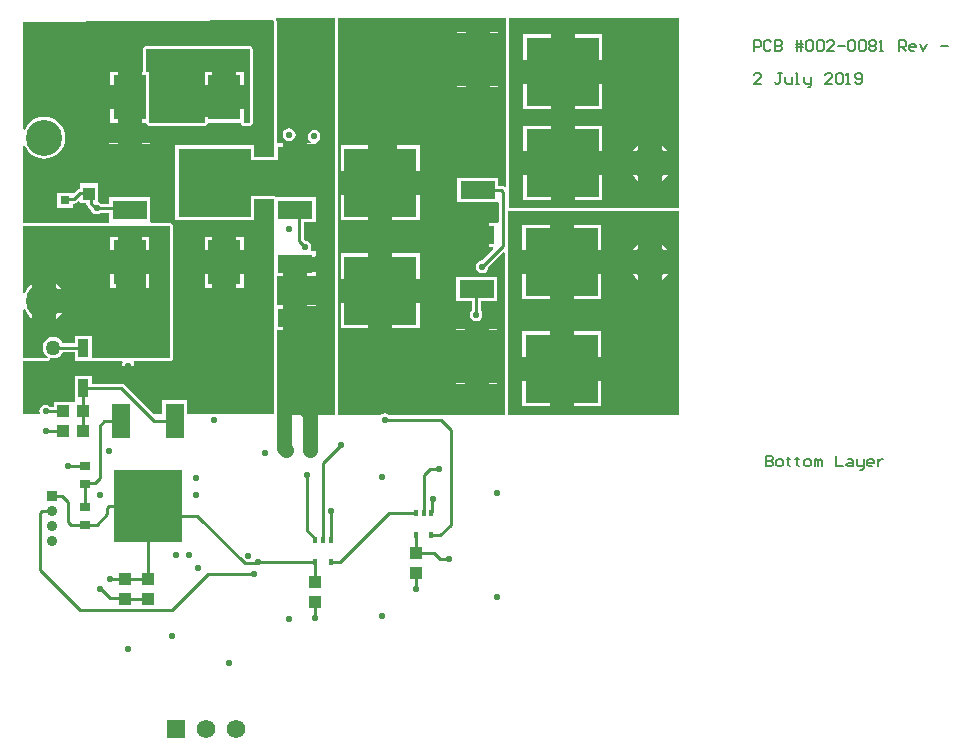
<source format=gbl>
G04*
G04 #@! TF.GenerationSoftware,Altium Limited,Altium Designer,19.0.10 (269)*
G04*
G04 Layer_Physical_Order=4*
G04 Layer_Color=16711680*
%FSLAX23Y23*%
%MOIN*%
G70*
G01*
G75*
%ADD16C,0.008*%
%ADD18R,0.031X0.031*%
%ADD22R,0.043X0.039*%
%ADD24R,0.118X0.063*%
%ADD25R,0.244X0.228*%
%ADD63C,0.010*%
%ADD64C,0.100*%
%ADD66C,0.025*%
%ADD67C,0.050*%
%ADD68C,0.120*%
%ADD69C,0.062*%
%ADD70R,0.062X0.062*%
%ADD71R,0.035X0.035*%
%ADD72C,0.035*%
%ADD73C,0.022*%
%ADD74C,0.050*%
%ADD75R,0.110X0.150*%
%ADD76R,0.035X0.028*%
%ADD77R,0.017X0.024*%
%ADD78R,0.039X0.043*%
%ADD79R,0.033X0.063*%
%ADD80R,0.228X0.244*%
%ADD81R,0.063X0.118*%
%ADD82C,0.120*%
G36*
X825Y2518D02*
Y2065D01*
X760D01*
Y2104D01*
X496D01*
Y1856D01*
X760D01*
Y1925D01*
X825D01*
Y1220D01*
X825Y1218D01*
Y1208D01*
X631D01*
X625Y1209D01*
X619Y1208D01*
X536D01*
Y1254D01*
X454D01*
Y1208D01*
X426D01*
X328Y1306D01*
X323Y1309D01*
X317Y1310D01*
X218D01*
Y1336D01*
X164D01*
Y1254D01*
X163Y1252D01*
X159Y1250D01*
X156D01*
Y1250D01*
X92D01*
Y1233D01*
X80D01*
X74Y1238D01*
X65Y1239D01*
X57Y1238D01*
X50Y1233D01*
X46Y1226D01*
X44Y1218D01*
X45Y1213D01*
X42Y1208D01*
X-10D01*
Y1385D01*
X70D01*
X72Y1385D01*
X74Y1385D01*
X74Y1386D01*
X74Y1386D01*
X76Y1387D01*
X77Y1387D01*
X77Y1388D01*
X77Y1388D01*
X78Y1389D01*
X79Y1391D01*
X80Y1393D01*
X81Y1394D01*
X81Y1396D01*
X90Y1395D01*
X99Y1396D01*
X108Y1399D01*
X115Y1405D01*
X121Y1412D01*
X122Y1415D01*
X164D01*
Y1387D01*
X211D01*
X214Y1386D01*
X218Y1385D01*
X319D01*
X322Y1380D01*
X320Y1378D01*
X319Y1370D01*
X361D01*
X360Y1378D01*
X358Y1380D01*
X361Y1385D01*
X480D01*
X484Y1386D01*
X487Y1388D01*
X489Y1391D01*
X490Y1395D01*
Y1835D01*
X489Y1839D01*
X487Y1842D01*
X484Y1844D01*
X480Y1845D01*
X418D01*
X414Y1849D01*
X414Y1850D01*
Y1931D01*
X276D01*
Y1910D01*
X250D01*
X243Y1915D01*
X240Y1915D01*
Y1973D01*
X240Y1975D01*
Y1978D01*
X210D01*
X180D01*
Y1975D01*
X180Y1973D01*
Y1960D01*
X180D01*
X174Y1959D01*
X169Y1956D01*
X159Y1946D01*
X156Y1947D01*
Y1947D01*
X104D01*
Y1896D01*
X156D01*
Y1910D01*
X160D01*
X166Y1911D01*
X171Y1914D01*
X176Y1919D01*
X180Y1917D01*
Y1911D01*
X201D01*
Y1910D01*
X203Y1904D01*
X206Y1899D01*
X214Y1891D01*
X215Y1887D01*
X220Y1880D01*
X227Y1875D01*
X235Y1874D01*
X243Y1875D01*
X250Y1880D01*
X276D01*
Y1850D01*
X276Y1849D01*
X272Y1845D01*
X-10D01*
Y2102D01*
X-5Y2103D01*
X-5Y2103D01*
X2Y2091D01*
X10Y2080D01*
X21Y2072D01*
X33Y2065D01*
X46Y2061D01*
X60Y2060D01*
X74Y2061D01*
X87Y2065D01*
X99Y2072D01*
X110Y2080D01*
X118Y2091D01*
X125Y2103D01*
X129Y2116D01*
X130Y2130D01*
X129Y2144D01*
X125Y2157D01*
X118Y2169D01*
X110Y2180D01*
X99Y2188D01*
X87Y2195D01*
X74Y2199D01*
X60Y2200D01*
X46Y2199D01*
X33Y2195D01*
X21Y2188D01*
X10Y2180D01*
X2Y2169D01*
X-5Y2157D01*
X-5Y2157D01*
X-10Y2158D01*
Y2515D01*
X821Y2521D01*
X825Y2518D01*
D02*
G37*
G36*
X1030Y1205D02*
X837D01*
X835Y1208D01*
Y1217D01*
X835Y1219D01*
X835Y1220D01*
X835Y1220D01*
Y1489D01*
X857D01*
Y1530D01*
Y1571D01*
X835D01*
Y1669D01*
X857D01*
Y1710D01*
X937D01*
Y1669D01*
X966D01*
Y1751D01*
X952D01*
X949Y1756D01*
X950Y1757D01*
X951Y1765D01*
X950Y1773D01*
X945Y1780D01*
X938Y1785D01*
X930Y1786D01*
X925Y1791D01*
Y1849D01*
X966D01*
Y1931D01*
X832D01*
X832Y1932D01*
X829Y1934D01*
X825Y1935D01*
X815D01*
Y2055D01*
X825D01*
X828Y2052D01*
Y2029D01*
X857D01*
Y2070D01*
Y2111D01*
X835D01*
Y2518D01*
X835Y2518D01*
X835Y2518D01*
X835Y2520D01*
X834Y2522D01*
X834Y2522D01*
X834Y2522D01*
X833Y2523D01*
X832Y2525D01*
X832Y2526D01*
X834Y2530D01*
X1030D01*
X1030Y1205D01*
D02*
G37*
G36*
X1601Y2530D02*
X1601Y2530D01*
X1601Y1967D01*
X1596Y1965D01*
X1595Y1966D01*
X1590Y1969D01*
X1584Y1970D01*
X1574D01*
Y1996D01*
X1436D01*
Y1914D01*
X1574D01*
X1575Y1909D01*
Y1850D01*
X1571Y1846D01*
X1542D01*
Y1805D01*
Y1764D01*
X1555D01*
X1557Y1759D01*
X1520Y1721D01*
X1512Y1720D01*
X1505Y1715D01*
X1500Y1708D01*
X1499Y1700D01*
X1500Y1692D01*
X1505Y1685D01*
X1512Y1680D01*
X1520Y1679D01*
X1528Y1680D01*
X1535Y1685D01*
X1540Y1692D01*
X1541Y1700D01*
X1590Y1749D01*
X1595Y1747D01*
Y1205D01*
X1210D01*
X1210Y1205D01*
X1203Y1210D01*
X1195Y1211D01*
X1187Y1210D01*
X1180Y1205D01*
X1180Y1205D01*
X1040D01*
X1040Y2530D01*
X1601Y2530D01*
D02*
G37*
G36*
X2175Y2530D02*
X2175Y1900D01*
X2175Y1895D01*
X1611Y1895D01*
X1611Y2530D01*
X2175Y2530D01*
D02*
G37*
G36*
X480Y1395D02*
X218D01*
Y1470D01*
X164D01*
Y1445D01*
X122D01*
X121Y1448D01*
X115Y1455D01*
X108Y1461D01*
X99Y1464D01*
X90Y1465D01*
X81Y1464D01*
X72Y1461D01*
X65Y1455D01*
X59Y1448D01*
X56Y1439D01*
X55Y1430D01*
X56Y1421D01*
X59Y1412D01*
X65Y1405D01*
X72Y1400D01*
X71Y1397D01*
X70Y1395D01*
X-10D01*
Y1557D01*
X-5Y1558D01*
X-5Y1558D01*
X2Y1546D01*
X10Y1535D01*
X20Y1527D01*
Y1585D01*
Y1643D01*
X10Y1635D01*
X2Y1624D01*
X-5Y1612D01*
X-5Y1612D01*
X-10Y1613D01*
Y1835D01*
X480D01*
Y1395D01*
D02*
G37*
G36*
X2175Y1885D02*
Y1205D01*
X1605Y1205D01*
Y1769D01*
X1605Y1770D01*
Y1885D01*
X2175Y1885D01*
D02*
G37*
%LPC*%
G36*
X305Y2350D02*
X280D01*
Y2305D01*
X305D01*
Y2350D01*
D02*
G37*
G36*
Y2225D02*
X280D01*
Y2180D01*
X305D01*
Y2225D01*
D02*
G37*
G36*
X745Y2435D02*
X400D01*
X396Y2434D01*
X393Y2432D01*
X391Y2429D01*
X390Y2425D01*
Y2350D01*
X385D01*
Y2265D01*
Y2180D01*
X400D01*
X400Y2178D01*
X401Y2177D01*
X401Y2176D01*
X401Y2176D01*
X402Y2175D01*
X403Y2173D01*
X403Y2173D01*
X403Y2173D01*
X404Y2172D01*
X406Y2171D01*
X406Y2171D01*
X406Y2171D01*
X408Y2170D01*
X410Y2170D01*
X415Y2170D01*
X415Y2170D01*
X415Y2170D01*
X590D01*
X590Y2170D01*
X590Y2170D01*
X595Y2170D01*
X597Y2170D01*
X599Y2171D01*
X599Y2171D01*
X599Y2171D01*
X601Y2172D01*
X602Y2173D01*
X602Y2173D01*
X602Y2173D01*
X603Y2175D01*
X604Y2176D01*
X604Y2176D01*
X604Y2177D01*
X605Y2178D01*
X605Y2180D01*
X715D01*
X715Y2178D01*
X716Y2177D01*
X716Y2176D01*
X716Y2176D01*
X717Y2175D01*
X718Y2173D01*
X718Y2173D01*
X718Y2173D01*
X719Y2172D01*
X721Y2171D01*
X721Y2171D01*
X721Y2171D01*
X723Y2170D01*
X725Y2170D01*
X730Y2170D01*
X730Y2170D01*
X730Y2170D01*
X745D01*
X749Y2171D01*
X752Y2173D01*
X754Y2176D01*
X755Y2180D01*
Y2425D01*
X754Y2429D01*
X752Y2432D01*
X749Y2434D01*
X745Y2435D01*
D02*
G37*
G36*
X414Y2111D02*
X385D01*
Y2110D01*
X414D01*
Y2111D01*
D02*
G37*
G36*
X305D02*
X276D01*
Y2110D01*
X305D01*
Y2111D01*
D02*
G37*
G36*
X414Y2030D02*
X385D01*
Y2029D01*
X414D01*
Y2030D01*
D02*
G37*
G36*
X305D02*
X276D01*
Y2029D01*
X305D01*
Y2030D01*
D02*
G37*
G36*
X725Y1800D02*
X700D01*
Y1755D01*
X725D01*
Y1800D01*
D02*
G37*
G36*
X620D02*
X595D01*
Y1755D01*
X620D01*
Y1800D01*
D02*
G37*
G36*
X725Y1675D02*
X700D01*
Y1630D01*
X725D01*
Y1675D01*
D02*
G37*
G36*
X620D02*
X595D01*
Y1630D01*
X620D01*
Y1675D01*
D02*
G37*
%LPD*%
G36*
X745Y2180D02*
X730D01*
X725Y2180D01*
X725Y2185D01*
Y2225D01*
X595D01*
Y2185D01*
X595Y2180D01*
X590Y2180D01*
X415D01*
X410Y2180D01*
Y2350D01*
X400D01*
Y2425D01*
X745D01*
Y2180D01*
D02*
G37*
%LPC*%
G36*
X725Y2350D02*
X700D01*
Y2305D01*
X725D01*
Y2350D01*
D02*
G37*
G36*
X620D02*
X595D01*
Y2305D01*
X620D01*
Y2350D01*
D02*
G37*
G36*
X876Y2161D02*
X868Y2160D01*
X861Y2155D01*
X856Y2148D01*
X855Y2140D01*
X856Y2132D01*
X861Y2125D01*
X868Y2120D01*
X876Y2119D01*
X884Y2120D01*
X891Y2125D01*
X896Y2132D01*
X898Y2140D01*
X896Y2148D01*
X891Y2155D01*
X884Y2160D01*
X876Y2161D01*
D02*
G37*
G36*
X960Y2156D02*
X952Y2155D01*
X945Y2150D01*
X940Y2143D01*
X939Y2135D01*
X940Y2127D01*
X945Y2120D01*
X950Y2116D01*
X948Y2111D01*
X937D01*
Y2110D01*
X966D01*
Y2111D01*
X967Y2113D01*
X969Y2116D01*
X975Y2120D01*
X980Y2127D01*
X981Y2135D01*
X980Y2143D01*
X975Y2150D01*
X968Y2155D01*
X960Y2156D01*
D02*
G37*
G36*
X966Y2030D02*
X937D01*
Y2029D01*
X966D01*
Y2030D01*
D02*
G37*
G36*
Y1571D02*
X937D01*
Y1570D01*
X966D01*
Y1571D01*
D02*
G37*
G36*
Y1490D02*
X937D01*
Y1489D01*
X966D01*
Y1490D01*
D02*
G37*
G36*
X1574Y2481D02*
X1545D01*
Y2480D01*
X1574D01*
Y2481D01*
D02*
G37*
G36*
X1465D02*
X1436D01*
Y2480D01*
X1465D01*
Y2481D01*
D02*
G37*
G36*
X1574Y2400D02*
X1545D01*
Y2399D01*
X1574D01*
Y2400D01*
D02*
G37*
G36*
X1465D02*
X1436D01*
Y2399D01*
X1465D01*
Y2400D01*
D02*
G37*
G36*
X1574Y2301D02*
X1545D01*
Y2300D01*
X1574D01*
Y2301D01*
D02*
G37*
G36*
X1465D02*
X1436D01*
Y2300D01*
X1465D01*
Y2301D01*
D02*
G37*
G36*
X1574Y2220D02*
X1545D01*
Y2219D01*
X1574D01*
Y2220D01*
D02*
G37*
G36*
X1465D02*
X1436D01*
Y2219D01*
X1465D01*
Y2220D01*
D02*
G37*
G36*
X1574Y2176D02*
X1545D01*
Y2175D01*
X1574D01*
Y2176D01*
D02*
G37*
G36*
X1465D02*
X1436D01*
Y2175D01*
X1465D01*
Y2176D01*
D02*
G37*
G36*
X1574Y2095D02*
X1545D01*
Y2094D01*
X1574D01*
Y2095D01*
D02*
G37*
G36*
X1465D02*
X1436D01*
Y2094D01*
X1465D01*
Y2095D01*
D02*
G37*
G36*
X1312Y2104D02*
X1220D01*
Y2020D01*
X1312D01*
Y2104D01*
D02*
G37*
G36*
X1140D02*
X1048D01*
Y2020D01*
X1140D01*
Y2104D01*
D02*
G37*
G36*
X1312Y1940D02*
X1220D01*
Y1856D01*
X1312D01*
Y1940D01*
D02*
G37*
G36*
X1140D02*
X1048D01*
Y1856D01*
X1140D01*
Y1940D01*
D02*
G37*
G36*
X1462Y1846D02*
X1433D01*
Y1845D01*
X1462D01*
Y1846D01*
D02*
G37*
G36*
Y1765D02*
X1433D01*
Y1764D01*
X1462D01*
Y1765D01*
D02*
G37*
G36*
X1312Y1744D02*
X1220D01*
Y1660D01*
X1312D01*
Y1744D01*
D02*
G37*
G36*
X1140D02*
X1048D01*
Y1660D01*
X1140D01*
Y1744D01*
D02*
G37*
G36*
X1571Y1666D02*
X1433D01*
Y1584D01*
X1485D01*
Y1555D01*
X1480Y1548D01*
X1479Y1540D01*
X1480Y1532D01*
X1485Y1525D01*
X1492Y1520D01*
X1500Y1519D01*
X1508Y1520D01*
X1515Y1525D01*
X1520Y1532D01*
X1521Y1540D01*
X1520Y1548D01*
X1515Y1555D01*
Y1584D01*
X1571D01*
Y1666D01*
D02*
G37*
G36*
X1312Y1580D02*
X1220D01*
Y1496D01*
X1312D01*
Y1580D01*
D02*
G37*
G36*
X1140D02*
X1048D01*
Y1496D01*
X1140D01*
Y1580D01*
D02*
G37*
G36*
X1571Y1491D02*
X1542D01*
Y1490D01*
X1571D01*
Y1491D01*
D02*
G37*
G36*
X1462D02*
X1433D01*
Y1490D01*
X1462D01*
Y1491D01*
D02*
G37*
G36*
X1571Y1410D02*
X1542D01*
Y1409D01*
X1571D01*
Y1410D01*
D02*
G37*
G36*
X1462D02*
X1433D01*
Y1409D01*
X1462D01*
Y1410D01*
D02*
G37*
G36*
X1571Y1311D02*
X1542D01*
Y1310D01*
X1571D01*
Y1311D01*
D02*
G37*
G36*
X1462D02*
X1433D01*
Y1310D01*
X1462D01*
Y1311D01*
D02*
G37*
G36*
X1571Y1230D02*
X1542D01*
Y1229D01*
X1571D01*
Y1230D01*
D02*
G37*
G36*
X1462D02*
X1433D01*
Y1229D01*
X1462D01*
Y1230D01*
D02*
G37*
G36*
X1920Y2474D02*
X1828D01*
Y2390D01*
X1920D01*
Y2474D01*
D02*
G37*
G36*
X1748D02*
X1656D01*
Y2390D01*
X1748D01*
Y2474D01*
D02*
G37*
G36*
X1920Y2310D02*
X1828D01*
Y2226D01*
X1920D01*
Y2310D01*
D02*
G37*
G36*
X1748D02*
X1656D01*
Y2226D01*
X1748D01*
Y2310D01*
D02*
G37*
G36*
X1920Y2169D02*
X1828D01*
Y2085D01*
X1920D01*
Y2169D01*
D02*
G37*
G36*
X2120Y2103D02*
Y2085D01*
X2138D01*
X2130Y2095D01*
X2120Y2103D01*
D02*
G37*
G36*
X2040D02*
X2030Y2095D01*
X2022Y2085D01*
X2040D01*
Y2103D01*
D02*
G37*
G36*
X1748Y2169D02*
X1656D01*
Y2085D01*
X1748D01*
Y2169D01*
D02*
G37*
G36*
X2138Y2005D02*
X2120D01*
Y1987D01*
X2130Y1995D01*
X2138Y2005D01*
D02*
G37*
G36*
X2040D02*
X2022D01*
X2030Y1995D01*
X2040Y1987D01*
Y2005D01*
D02*
G37*
G36*
X1920D02*
X1828D01*
Y1921D01*
X1920D01*
Y2005D01*
D02*
G37*
G36*
X1748D02*
X1656D01*
Y1921D01*
X1748D01*
Y2005D01*
D02*
G37*
G36*
X410Y1800D02*
X385D01*
Y1755D01*
X410D01*
Y1800D01*
D02*
G37*
G36*
X305D02*
X280D01*
Y1755D01*
X305D01*
Y1800D01*
D02*
G37*
G36*
X410Y1675D02*
X385D01*
Y1630D01*
X410D01*
Y1675D01*
D02*
G37*
G36*
X305D02*
X280D01*
Y1630D01*
X305D01*
Y1675D01*
D02*
G37*
G36*
X100Y1643D02*
Y1625D01*
X118D01*
X110Y1635D01*
X100Y1643D01*
D02*
G37*
G36*
X118Y1545D02*
X100D01*
Y1527D01*
X110Y1535D01*
X118Y1545D01*
D02*
G37*
G36*
X1917Y1839D02*
X1825D01*
Y1755D01*
X1917D01*
Y1839D01*
D02*
G37*
G36*
X2120Y1773D02*
Y1755D01*
X2138D01*
X2130Y1765D01*
X2120Y1773D01*
D02*
G37*
G36*
X2040D02*
X2030Y1765D01*
X2022Y1755D01*
X2040D01*
Y1773D01*
D02*
G37*
G36*
X1745Y1839D02*
X1653D01*
Y1755D01*
X1745D01*
Y1839D01*
D02*
G37*
G36*
X2138Y1675D02*
X2120D01*
Y1657D01*
X2130Y1665D01*
X2138Y1675D01*
D02*
G37*
G36*
X2040D02*
X2022D01*
X2030Y1665D01*
X2040Y1657D01*
Y1675D01*
D02*
G37*
G36*
X1917D02*
X1825D01*
Y1591D01*
X1917D01*
Y1675D01*
D02*
G37*
G36*
X1745D02*
X1653D01*
Y1591D01*
X1745D01*
Y1675D01*
D02*
G37*
G36*
X1917Y1484D02*
X1825D01*
Y1400D01*
X1917D01*
Y1484D01*
D02*
G37*
G36*
X1745D02*
X1653D01*
Y1400D01*
X1745D01*
Y1484D01*
D02*
G37*
G36*
X1917Y1320D02*
X1825D01*
Y1236D01*
X1917D01*
Y1320D01*
D02*
G37*
G36*
X1745D02*
X1653D01*
Y1236D01*
X1745D01*
Y1320D01*
D02*
G37*
%LPD*%
D16*
X2465Y1070D02*
Y1035D01*
X2482D01*
X2488Y1040D01*
Y1046D01*
X2482Y1052D01*
X2465D01*
X2482D01*
X2488Y1058D01*
Y1064D01*
X2482Y1070D01*
X2465D01*
X2506Y1035D02*
X2517D01*
X2523Y1040D01*
Y1052D01*
X2517Y1058D01*
X2506D01*
X2500Y1052D01*
Y1040D01*
X2506Y1035D01*
X2541Y1064D02*
Y1058D01*
X2535D01*
X2547D01*
X2541D01*
Y1040D01*
X2547Y1035D01*
X2570Y1064D02*
Y1058D01*
X2564D01*
X2576D01*
X2570D01*
Y1040D01*
X2576Y1035D01*
X2599D02*
X2611D01*
X2617Y1040D01*
Y1052D01*
X2611Y1058D01*
X2599D01*
X2593Y1052D01*
Y1040D01*
X2599Y1035D01*
X2628D02*
Y1058D01*
X2634D01*
X2640Y1052D01*
Y1035D01*
Y1052D01*
X2646Y1058D01*
X2652Y1052D01*
Y1035D01*
X2698Y1070D02*
Y1035D01*
X2722D01*
X2739Y1058D02*
X2751D01*
X2757Y1052D01*
Y1035D01*
X2739D01*
X2733Y1040D01*
X2739Y1046D01*
X2757D01*
X2768Y1058D02*
Y1040D01*
X2774Y1035D01*
X2792D01*
Y1029D01*
X2786Y1023D01*
X2780D01*
X2792Y1035D02*
Y1058D01*
X2821Y1035D02*
X2809D01*
X2803Y1040D01*
Y1052D01*
X2809Y1058D01*
X2821D01*
X2827Y1052D01*
Y1046D01*
X2803D01*
X2838Y1058D02*
Y1035D01*
Y1046D01*
X2844Y1052D01*
X2850Y1058D01*
X2856D01*
X2448Y2310D02*
X2425D01*
X2448Y2333D01*
Y2339D01*
X2442Y2345D01*
X2431D01*
X2425Y2339D01*
X2518Y2345D02*
X2507D01*
X2512D01*
Y2316D01*
X2507Y2310D01*
X2501D01*
X2495Y2316D01*
X2530Y2333D02*
Y2316D01*
X2536Y2310D01*
X2553D01*
Y2333D01*
X2565Y2310D02*
X2577D01*
X2571D01*
Y2345D01*
X2565D01*
X2594Y2333D02*
Y2316D01*
X2600Y2310D01*
X2617D01*
Y2304D01*
X2612Y2298D01*
X2606D01*
X2617Y2310D02*
Y2333D01*
X2687Y2310D02*
X2664D01*
X2687Y2333D01*
Y2339D01*
X2682Y2345D01*
X2670D01*
X2664Y2339D01*
X2699D02*
X2705Y2345D01*
X2717D01*
X2722Y2339D01*
Y2316D01*
X2717Y2310D01*
X2705D01*
X2699Y2316D01*
Y2339D01*
X2734Y2310D02*
X2746D01*
X2740D01*
Y2345D01*
X2734Y2339D01*
X2763Y2316D02*
X2769Y2310D01*
X2781D01*
X2787Y2316D01*
Y2339D01*
X2781Y2345D01*
X2769D01*
X2763Y2339D01*
Y2333D01*
X2769Y2327D01*
X2787D01*
X2425Y2420D02*
Y2455D01*
X2442D01*
X2448Y2449D01*
Y2437D01*
X2442Y2432D01*
X2425D01*
X2483Y2449D02*
X2477Y2455D01*
X2466D01*
X2460Y2449D01*
Y2426D01*
X2466Y2420D01*
X2477D01*
X2483Y2426D01*
X2495Y2455D02*
Y2420D01*
X2512D01*
X2518Y2426D01*
Y2432D01*
X2512Y2437D01*
X2495D01*
X2512D01*
X2518Y2443D01*
Y2449D01*
X2512Y2455D01*
X2495D01*
X2571Y2420D02*
Y2455D01*
X2582D02*
Y2420D01*
X2565Y2443D02*
X2582D01*
X2588D01*
X2565Y2432D02*
X2588D01*
X2600Y2449D02*
X2606Y2455D01*
X2617D01*
X2623Y2449D01*
Y2426D01*
X2617Y2420D01*
X2606D01*
X2600Y2426D01*
Y2449D01*
X2635D02*
X2641Y2455D01*
X2652D01*
X2658Y2449D01*
Y2426D01*
X2652Y2420D01*
X2641D01*
X2635Y2426D01*
Y2449D01*
X2693Y2420D02*
X2670D01*
X2693Y2443D01*
Y2449D01*
X2687Y2455D01*
X2676D01*
X2670Y2449D01*
X2705Y2437D02*
X2728D01*
X2740Y2449D02*
X2746Y2455D01*
X2757D01*
X2763Y2449D01*
Y2426D01*
X2757Y2420D01*
X2746D01*
X2740Y2426D01*
Y2449D01*
X2775D02*
X2781Y2455D01*
X2792D01*
X2798Y2449D01*
Y2426D01*
X2792Y2420D01*
X2781D01*
X2775Y2426D01*
Y2449D01*
X2810D02*
X2816Y2455D01*
X2827D01*
X2833Y2449D01*
Y2443D01*
X2827Y2437D01*
X2833Y2432D01*
Y2426D01*
X2827Y2420D01*
X2816D01*
X2810Y2426D01*
Y2432D01*
X2816Y2437D01*
X2810Y2443D01*
Y2449D01*
X2816Y2437D02*
X2827D01*
X2845Y2420D02*
X2857D01*
X2851D01*
Y2455D01*
X2845Y2449D01*
X2909Y2420D02*
Y2455D01*
X2927D01*
X2932Y2449D01*
Y2437D01*
X2927Y2432D01*
X2909D01*
X2921D02*
X2932Y2420D01*
X2961D02*
X2950D01*
X2944Y2426D01*
Y2437D01*
X2950Y2443D01*
X2961D01*
X2967Y2437D01*
Y2432D01*
X2944D01*
X2979Y2443D02*
X2991Y2420D01*
X3002Y2443D01*
X3049Y2437D02*
X3072D01*
D18*
X130Y1921D02*
D03*
Y2010D02*
D03*
D22*
X191Y1220D02*
D03*
X124D02*
D03*
X191Y1153D02*
D03*
X124D02*
D03*
D24*
X897Y1530D02*
D03*
Y1710D02*
D03*
X1502Y1270D02*
D03*
Y1450D02*
D03*
X1505Y2260D02*
D03*
Y2440D02*
D03*
X897Y1890D02*
D03*
Y2070D02*
D03*
X1502Y1625D02*
D03*
Y1805D02*
D03*
X1505Y1955D02*
D03*
Y2135D02*
D03*
X345Y2070D02*
D03*
Y1890D02*
D03*
D25*
X1180Y1620D02*
D03*
X1785Y1360D02*
D03*
X1788Y2350D02*
D03*
X1180Y1980D02*
D03*
X1785Y1715D02*
D03*
X1788Y2045D02*
D03*
X628Y1980D02*
D03*
D63*
X607Y675D02*
X760D01*
X964Y530D02*
Y583D01*
X1300Y625D02*
Y678D01*
X1195Y1188D02*
X1383D01*
X897Y1890D02*
X910Y1877D01*
Y1785D02*
Y1877D01*
Y1785D02*
X930Y1765D01*
X895Y1888D02*
X897Y1890D01*
X90Y1430D02*
X190D01*
X191Y1429D01*
X317Y1295D02*
X427Y1185D01*
X191Y1295D02*
X317D01*
X65Y1218D02*
X122D01*
X124Y1220D01*
X65Y1153D02*
X124D01*
X191D02*
Y1220D01*
Y1295D01*
X935Y822D02*
Y1005D01*
Y822D02*
X964Y793D01*
Y790D02*
Y793D01*
X989Y1044D02*
X1050Y1105D01*
X989Y790D02*
Y1044D01*
X134Y1925D02*
X160D01*
X130Y1921D02*
X134Y1925D01*
X160D02*
X180Y1945D01*
X208D01*
X210Y1943D01*
X217Y1910D02*
Y1936D01*
X210Y1943D02*
X217Y1936D01*
Y1910D02*
X232Y1895D01*
X235D01*
X278Y595D02*
X331D01*
X235Y1895D02*
X330D01*
X340Y1885D01*
X427Y1185D02*
X495D01*
X340Y1885D02*
X345Y1890D01*
X330Y1905D02*
X345Y1890D01*
X728Y711D02*
X769D01*
X774Y715D01*
X569Y870D02*
X728Y711D01*
X438Y870D02*
X569D01*
X362Y895D02*
X379Y877D01*
X487Y555D02*
X607Y675D01*
X180Y555D02*
X487D01*
X248Y625D02*
X278Y595D01*
X140Y1035D02*
X195D01*
X245Y625D02*
X248D01*
X331Y593D02*
Y595D01*
X280Y660D02*
X290D01*
X1383Y1188D02*
X1415Y1155D01*
Y840D02*
Y1155D01*
X1380Y805D02*
X1415Y840D01*
X1351Y805D02*
X1380D01*
X1015Y790D02*
Y885D01*
X989Y790D02*
X989Y790D01*
X1360Y745D02*
X1380Y725D01*
X290Y660D02*
X290Y660D01*
X1353Y923D02*
X1355Y925D01*
X1353Y882D02*
Y923D01*
X1351Y880D02*
X1353Y882D01*
X290Y660D02*
X331D01*
X150Y840D02*
X195D01*
X140Y850D02*
X150Y840D01*
X140Y850D02*
Y915D01*
X120Y935D02*
X140Y915D01*
X85Y935D02*
X120D01*
X405Y660D02*
Y903D01*
X379Y877D02*
Y877D01*
X331Y660D02*
X405D01*
X331Y593D02*
X405D01*
X85Y835D02*
X85Y835D01*
X47Y688D02*
Y879D01*
X52Y885D01*
X85D01*
X1584Y1955D02*
X1590Y1949D01*
Y1770D02*
Y1949D01*
X1505Y1955D02*
X1584D01*
X1520Y1700D02*
X1590Y1770D01*
X964Y650D02*
Y715D01*
X1500Y1540D02*
Y1623D01*
X1502Y1625D01*
X47Y688D02*
X180Y555D01*
X405Y903D02*
X438Y870D01*
X235Y840D02*
X270Y876D01*
Y897D01*
X276Y903D01*
X405D01*
X195Y840D02*
X235D01*
X379Y877D02*
X379D01*
X1380Y725D02*
X1410D01*
X1300Y745D02*
X1360D01*
X774Y715D02*
X964D01*
X1299Y746D02*
X1300Y745D01*
X1299Y746D02*
Y805D01*
X1045Y715D02*
X1210Y880D01*
X1299D01*
X1015Y715D02*
X1045D01*
X1345Y1025D02*
X1375D01*
X1325Y1005D02*
X1345Y1025D01*
X1325Y880D02*
Y1005D01*
X379Y877D02*
X405Y903D01*
X328Y895D02*
X362D01*
X305Y872D02*
X328Y895D01*
X305Y840D02*
Y872D01*
X228Y978D02*
X245Y995D01*
Y1170D02*
X260Y1185D01*
X245Y995D02*
Y1170D01*
X260Y1185D02*
X315D01*
X197Y978D02*
X228D01*
X195Y975D02*
X197Y978D01*
X195Y900D02*
Y975D01*
Y900D02*
X195Y900D01*
D64*
X350Y1545D02*
X375Y1520D01*
X350Y1545D02*
Y1710D01*
X345Y1715D02*
X350Y1710D01*
X535Y2250D02*
X655D01*
X660Y2255D01*
Y2265D01*
D66*
X208Y2012D02*
X210Y2010D01*
X130D02*
X132Y2008D01*
D67*
X1215Y2135D02*
X1505D01*
X1210Y2130D02*
X1215Y2135D01*
X1184Y1961D02*
X1191Y1974D01*
X1210Y2010D01*
X1000Y1739D02*
Y2040D01*
X1180Y1620D02*
Y1805D01*
X897Y2002D02*
Y2070D01*
X890Y1995D02*
X897Y2002D01*
X975Y2065D02*
X1000Y2040D01*
X903Y2065D02*
X975D01*
X971Y1710D02*
X1000Y1739D01*
X860Y1095D02*
X865Y1090D01*
X860Y1095D02*
Y1160D01*
X945Y1090D02*
Y1160D01*
X897Y1255D02*
X945Y1208D01*
Y1160D02*
Y1208D01*
X860Y1160D02*
Y1218D01*
X639Y1997D02*
X643Y1995D01*
X897Y2070D02*
X903Y2065D01*
X897Y1710D02*
X971D01*
X860Y1218D02*
X897Y1255D01*
Y1530D02*
Y1710D01*
X1180Y1300D02*
Y1620D01*
Y1300D02*
X1210Y1270D01*
X1502D02*
Y1450D01*
X1505Y2260D02*
Y2440D01*
X897Y1255D02*
Y1530D01*
X639Y1997D02*
X639D01*
X628Y2005D02*
X639Y1997D01*
X639D02*
X639Y1997D01*
X628Y1980D02*
Y2005D01*
X1180Y1805D02*
Y1957D01*
Y1805D02*
X1502D01*
X1180Y1957D02*
X1184Y1961D01*
X1210Y1270D02*
X1502D01*
X1210Y2010D02*
Y2130D01*
X1505Y2135D02*
Y2260D01*
X1788Y2045D02*
X2080D01*
X1785Y1715D02*
X2080D01*
X1785Y1360D02*
Y1715D01*
X1788Y2045D02*
Y2350D01*
D68*
X60Y2130D02*
D03*
Y1585D02*
D03*
X2080Y1715D02*
D03*
Y2045D02*
D03*
D69*
X700Y160D02*
D03*
X600D02*
D03*
D70*
X500D02*
D03*
D71*
X85Y935D02*
D03*
D72*
Y885D02*
D03*
Y835D02*
D03*
Y785D02*
D03*
D73*
X572Y695D02*
D03*
X760Y675D02*
D03*
X964Y530D02*
D03*
X1300Y625D02*
D03*
X876Y1825D02*
D03*
X930Y1765D02*
D03*
X876Y2140D02*
D03*
X65Y1218D02*
D03*
X795Y1080D02*
D03*
X935Y1005D02*
D03*
X1050Y1105D02*
D03*
X275Y1085D02*
D03*
X340Y1370D02*
D03*
X235Y1895D02*
D03*
X625Y1188D02*
D03*
X65Y1153D02*
D03*
X245Y625D02*
D03*
X544Y739D02*
D03*
X739Y737D02*
D03*
X485Y470D02*
D03*
X675Y380D02*
D03*
X1185Y1000D02*
D03*
X500Y738D02*
D03*
X565Y995D02*
D03*
X565Y940D02*
D03*
X140Y1035D02*
D03*
X280Y660D02*
D03*
X1195Y1190D02*
D03*
X960Y2135D02*
D03*
X1569Y600D02*
D03*
X1015Y885D02*
D03*
X245Y940D02*
D03*
X340Y425D02*
D03*
X1355Y925D02*
D03*
X876Y525D02*
D03*
X1185Y535D02*
D03*
X1569Y945D02*
D03*
X1520Y1700D02*
D03*
X1500Y1540D02*
D03*
X1410Y725D02*
D03*
X1375Y1025D02*
D03*
X774Y715D02*
D03*
D74*
X90Y1430D02*
D03*
X865Y1090D02*
D03*
X860Y1160D02*
D03*
X945Y1090D02*
D03*
Y1160D02*
D03*
X535Y2335D02*
D03*
X455D02*
D03*
X535Y2250D02*
D03*
X455D02*
D03*
D75*
X345Y1715D02*
D03*
X660D02*
D03*
Y2265D02*
D03*
X345D02*
D03*
D76*
X195Y975D02*
D03*
Y1035D02*
D03*
Y900D02*
D03*
Y840D02*
D03*
D77*
X1351Y805D02*
D03*
Y880D02*
D03*
X1325D02*
D03*
X1299D02*
D03*
Y805D02*
D03*
X1015Y715D02*
D03*
Y790D02*
D03*
X989D02*
D03*
X964D02*
D03*
Y715D02*
D03*
D78*
Y650D02*
D03*
Y583D02*
D03*
X405Y660D02*
D03*
Y593D02*
D03*
X331Y660D02*
D03*
Y593D02*
D03*
X1300Y678D02*
D03*
Y745D02*
D03*
X210Y1943D02*
D03*
Y2010D02*
D03*
D79*
X191Y1295D02*
D03*
Y1429D02*
D03*
D80*
X405Y903D02*
D03*
D81*
X495Y1185D02*
D03*
X315D02*
D03*
D82*
X643Y1995D02*
X890D01*
M02*

</source>
